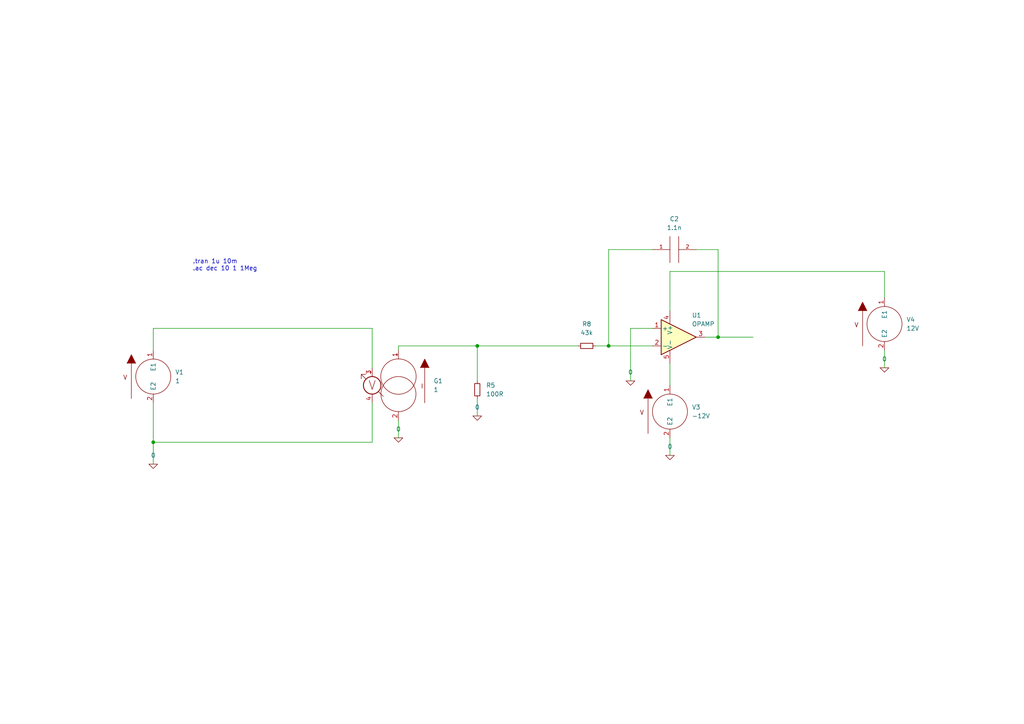
<source format=kicad_sch>
(kicad_sch (version 20210621) (generator eeschema)

  (uuid 3822a00c-10d9-4c3f-ad9f-dbef99360e7d)

  (paper "A4")

  (lib_symbols
    (symbol "Device:R_Small" (pin_numbers hide) (pin_names (offset 0.254) hide) (in_bom yes) (on_board yes)
      (property "Reference" "R" (id 0) (at 0.762 0.508 0)
        (effects (font (size 1.27 1.27)) (justify left))
      )
      (property "Value" "R_Small" (id 1) (at 0.762 -1.016 0)
        (effects (font (size 1.27 1.27)) (justify left))
      )
      (property "Footprint" "" (id 2) (at 0 0 0)
        (effects (font (size 1.27 1.27)) hide)
      )
      (property "Datasheet" "~" (id 3) (at 0 0 0)
        (effects (font (size 1.27 1.27)) hide)
      )
      (property "ki_keywords" "R resistor" (id 4) (at 0 0 0)
        (effects (font (size 1.27 1.27)) hide)
      )
      (property "ki_description" "Resistor, small symbol" (id 5) (at 0 0 0)
        (effects (font (size 1.27 1.27)) hide)
      )
      (property "ki_fp_filters" "R_*" (id 6) (at 0 0 0)
        (effects (font (size 1.27 1.27)) hide)
      )
      (symbol "R_Small_0_1"
        (rectangle (start -0.762 1.778) (end 0.762 -1.778)
          (stroke (width 0.2032)) (fill (type none))
        )
      )
      (symbol "R_Small_1_1"
        (pin passive line (at 0 2.54 270) (length 0.762)
          (name "~" (effects (font (size 1.27 1.27))))
          (number "1" (effects (font (size 1.27 1.27))))
        )
        (pin passive line (at 0 -2.54 90) (length 0.762)
          (name "~" (effects (font (size 1.27 1.27))))
          (number "2" (effects (font (size 1.27 1.27))))
        )
      )
    )
    (symbol "Simulation_SPICE:OPAMP" (pin_names (offset 0.254)) (in_bom yes) (on_board yes)
      (property "Reference" "U" (id 0) (at 3.81 3.175 0)
        (effects (font (size 1.27 1.27)) (justify left))
      )
      (property "Value" "OPAMP" (id 1) (at 3.81 -3.175 0)
        (effects (font (size 1.27 1.27)) (justify left))
      )
      (property "Footprint" "" (id 2) (at 0 0 0)
        (effects (font (size 1.27 1.27)) hide)
      )
      (property "Datasheet" "~" (id 3) (at 0 0 0)
        (effects (font (size 1.27 1.27)) hide)
      )
      (property "Spice_Netlist_Enabled" "Y" (id 4) (at 0 0 0)
        (effects (font (size 1.27 1.27)) (justify left) hide)
      )
      (property "Spice_Primitive" "X" (id 5) (at 0 0 0)
        (effects (font (size 1.27 1.27)) (justify left) hide)
      )
      (property "ki_keywords" "simulation" (id 6) (at 0 0 0)
        (effects (font (size 1.27 1.27)) hide)
      )
      (property "ki_description" "Operational amplifier, single, node sequence=1:+ 2:- 3:OUT 4:V+ 5:V-" (id 7) (at 0 0 0)
        (effects (font (size 1.27 1.27)) hide)
      )
      (symbol "OPAMP_0_1"
        (polyline
          (pts
            (xy 5.08 0)
            (xy -5.08 5.08)
            (xy -5.08 -5.08)
            (xy 5.08 0)
          )
          (stroke (width 0.254)) (fill (type background))
        )
      )
      (symbol "OPAMP_1_1"
        (pin input line (at -7.62 2.54 0) (length 2.54)
          (name "+" (effects (font (size 1.27 1.27))))
          (number "1" (effects (font (size 1.27 1.27))))
        )
        (pin input line (at -7.62 -2.54 0) (length 2.54)
          (name "-" (effects (font (size 1.27 1.27))))
          (number "2" (effects (font (size 1.27 1.27))))
        )
        (pin output line (at 7.62 0 180) (length 2.54)
          (name "~" (effects (font (size 1.27 1.27))))
          (number "3" (effects (font (size 1.27 1.27))))
        )
        (pin power_in line (at -2.54 7.62 270) (length 3.81)
          (name "V+" (effects (font (size 1.27 1.27))))
          (number "4" (effects (font (size 1.27 1.27))))
        )
        (pin power_in line (at -2.54 -7.62 90) (length 3.81)
          (name "V-" (effects (font (size 1.27 1.27))))
          (number "5" (effects (font (size 1.27 1.27))))
        )
      )
    )
    (symbol "pspice:0" (power) (pin_names (offset 0)) (in_bom yes) (on_board yes)
      (property "Reference" "#GND" (id 0) (at 0 -2.54 0)
        (effects (font (size 1.27 1.27)) hide)
      )
      (property "Value" "0" (id 1) (at 0 -1.778 0)
        (effects (font (size 1.27 1.27)))
      )
      (property "Footprint" "" (id 2) (at 0 0 0)
        (effects (font (size 1.27 1.27)) hide)
      )
      (property "Datasheet" "~" (id 3) (at 0 0 0)
        (effects (font (size 1.27 1.27)) hide)
      )
      (property "ki_keywords" "simulation" (id 4) (at 0 0 0)
        (effects (font (size 1.27 1.27)) hide)
      )
      (property "ki_description" "0V reference potential for simulation" (id 5) (at 0 0 0)
        (effects (font (size 1.27 1.27)) hide)
      )
      (symbol "0_0_1"
        (polyline
          (pts
            (xy -1.27 0)
            (xy 0 -1.27)
            (xy 1.27 0)
            (xy -1.27 0)
          )
          (stroke (width 0)) (fill (type none))
        )
      )
      (symbol "0_1_1"
        (pin power_in line (at 0 0 0) (length 0) hide
          (name "0" (effects (font (size 1.016 1.016))))
          (number "1" (effects (font (size 1.016 1.016))))
        )
      )
    )
    (symbol "pspice:C" (pin_names (offset 0.254)) (in_bom yes) (on_board yes)
      (property "Reference" "C" (id 0) (at 2.54 3.81 90)
        (effects (font (size 1.27 1.27)))
      )
      (property "Value" "C" (id 1) (at 2.54 -3.81 90)
        (effects (font (size 1.27 1.27)))
      )
      (property "Footprint" "" (id 2) (at 0 0 0)
        (effects (font (size 1.27 1.27)) hide)
      )
      (property "Datasheet" "~" (id 3) (at 0 0 0)
        (effects (font (size 1.27 1.27)) hide)
      )
      (property "ki_keywords" "simulation" (id 4) (at 0 0 0)
        (effects (font (size 1.27 1.27)) hide)
      )
      (property "ki_description" "Capacitor symbol for simulation only" (id 5) (at 0 0 0)
        (effects (font (size 1.27 1.27)) hide)
      )
      (symbol "C_0_1"
        (polyline
          (pts
            (xy -3.81 -1.27)
            (xy 3.81 -1.27)
          )
          (stroke (width 0)) (fill (type none))
        )
        (polyline
          (pts
            (xy -3.81 1.27)
            (xy 3.81 1.27)
          )
          (stroke (width 0)) (fill (type none))
        )
      )
      (symbol "C_1_1"
        (pin passive line (at 0 6.35 270) (length 5.08)
          (name "~" (effects (font (size 1.016 1.016))))
          (number "1" (effects (font (size 1.016 1.016))))
        )
        (pin passive line (at 0 -6.35 90) (length 5.08)
          (name "~" (effects (font (size 1.016 1.016))))
          (number "2" (effects (font (size 1.016 1.016))))
        )
      )
    )
    (symbol "pspice:GSOURCE" (pin_names (offset 1.016) hide) (in_bom yes) (on_board yes)
      (property "Reference" "G" (id 0) (at -7.62 8.89 0)
        (effects (font (size 1.27 1.27)))
      )
      (property "Value" "GSOURCE" (id 1) (at 0 0 0)
        (effects (font (size 1.27 1.27)))
      )
      (property "Footprint" "" (id 2) (at 0 0 0)
        (effects (font (size 1.27 1.27)) hide)
      )
      (property "Datasheet" "https://www.pspice.com/source/controlled-sources" (id 3) (at 0 0 0)
        (effects (font (size 1.27 1.27)) hide)
      )
      (property "ki_keywords" "simulation" (id 4) (at 0 0 0)
        (effects (font (size 1.27 1.27)) hide)
      )
      (property "ki_description" "Voltage-dependent Current source symbol for simulation only" (id 5) (at 0 0 0)
        (effects (font (size 1.27 1.27)) hide)
      )
      (symbol "GSOURCE_0_1"
        (circle (center 0 -2.54) (radius 5.08) (stroke (width 0)) (fill (type none)))
        (circle (center 0 2.54) (radius 5.1308) (stroke (width 0)) (fill (type none)))
        (text "I" (at -6.858 -0.254 0)
          (effects (font (size 1.27 1.27)))
        )
        (polyline
          (pts
            (xy -7.62 -5.08)
            (xy -7.62 5.08)
          )
          (stroke (width 0)) (fill (type outline))
        )
        (polyline
          (pts
            (xy -8.89 5.08)
            (xy -7.62 7.62)
            (xy -6.35 5.08)
          )
          (stroke (width 0)) (fill (type outline))
        )
      )
      (symbol "GSOURCE_1_1"
        (circle (center 7.62 0) (radius 2.54) (stroke (width 0.254)) (fill (type none)))
        (text "V" (at 7.62 0 0)
          (effects (font (size 2.54 2.54)))
        )
        (polyline
          (pts
            (xy 0.254 8.89)
            (xy 0.762 8.89)
          )
          (stroke (width 0)) (fill (type none))
        )
        (polyline
          (pts
            (xy 0.508 9.144)
            (xy 0.508 8.636)
          )
          (stroke (width 0)) (fill (type none))
        )
        (polyline
          (pts
            (xy 4.445 -3.175)
            (xy 5.715 -1.905)
          )
          (stroke (width 0)) (fill (type none))
        )
        (polyline
          (pts
            (xy 7.874 3.81)
            (xy 8.382 3.81)
          )
          (stroke (width 0)) (fill (type none))
        )
        (polyline
          (pts
            (xy 8.128 4.064)
            (xy 8.128 3.556)
          )
          (stroke (width 0)) (fill (type none))
        )
        (polyline
          (pts
            (xy 9.525 1.905)
            (xy 10.795 3.175)
          )
          (stroke (width 0)) (fill (type none))
        )
        (polyline
          (pts
            (xy 9.525 3.175)
            (xy 10.795 3.175)
            (xy 10.795 1.905)
          )
          (stroke (width 0)) (fill (type none))
        )
        (pin input line (at 0 10.16 270) (length 2.54)
          (name "N+" (effects (font (size 1.27 1.27))))
          (number "1" (effects (font (size 1.27 1.27))))
        )
        (pin input line (at 0 -10.16 90) (length 2.54)
          (name "N-" (effects (font (size 1.27 1.27))))
          (number "2" (effects (font (size 1.27 1.27))))
        )
        (pin passive line (at 7.62 5.08 270) (length 2.54)
          (name "C+" (effects (font (size 1.27 1.27))))
          (number "3" (effects (font (size 1.27 1.27))))
        )
        (pin passive line (at 7.62 -5.08 90) (length 2.54)
          (name "C-" (effects (font (size 1.27 1.27))))
          (number "4" (effects (font (size 1.27 1.27))))
        )
      )
    )
    (symbol "pspice:VSOURCE" (pin_names (offset 1.016)) (in_bom yes) (on_board yes)
      (property "Reference" "V" (id 0) (at -6.35 7.62 0)
        (effects (font (size 1.27 1.27)))
      )
      (property "Value" "VSOURCE" (id 1) (at 0 0 0)
        (effects (font (size 1.27 1.27)))
      )
      (property "Footprint" "" (id 2) (at 0 0 0)
        (effects (font (size 1.27 1.27)) hide)
      )
      (property "Datasheet" "~" (id 3) (at 0 0 0)
        (effects (font (size 1.27 1.27)) hide)
      )
      (property "ki_keywords" "simulation" (id 4) (at 0 0 0)
        (effects (font (size 1.27 1.27)) hide)
      )
      (property "ki_description" "Voltage source symbol for simulation only" (id 5) (at 0 0 0)
        (effects (font (size 1.27 1.27)) hide)
      )
      (symbol "VSOURCE_0_1"
        (circle (center 0 0) (radius 5.08) (stroke (width 0)) (fill (type none)))
        (text "V" (at -8.128 -0.254 0)
          (effects (font (size 1.27 1.27)))
        )
        (polyline
          (pts
            (xy -6.35 -6.35)
            (xy -6.35 3.81)
          )
          (stroke (width 0)) (fill (type outline))
        )
        (polyline
          (pts
            (xy -7.62 3.81)
            (xy -6.35 6.35)
            (xy -5.08 3.81)
          )
          (stroke (width 0)) (fill (type outline))
        )
      )
      (symbol "VSOURCE_1_1"
        (pin input line (at 0 7.62 270) (length 2.54)
          (name "E1" (effects (font (size 1.27 1.27))))
          (number "1" (effects (font (size 1.27 1.27))))
        )
        (pin input line (at 0 -7.62 90) (length 2.54)
          (name "E2" (effects (font (size 1.27 1.27))))
          (number "2" (effects (font (size 1.27 1.27))))
        )
      )
    )
  )

  (junction (at 44.45 128.27) (diameter 0) (color 0 0 0 0))
  (junction (at 138.43 100.33) (diameter 0) (color 0 0 0 0))
  (junction (at 176.53 100.33) (diameter 0) (color 0 0 0 0))
  (junction (at 208.28 97.79) (diameter 0) (color 0 0 0 0))

  (wire (pts (xy 44.45 95.25) (xy 44.45 101.6))
    (stroke (width 0) (type default) (color 0 0 0 0))
    (uuid 60e5d513-3648-423a-ad4e-5672e798d5de)
  )
  (wire (pts (xy 44.45 95.25) (xy 107.95 95.25))
    (stroke (width 0) (type default) (color 0 0 0 0))
    (uuid fe2865ec-9895-47e3-b0ff-498f01fa5200)
  )
  (wire (pts (xy 44.45 116.84) (xy 44.45 128.27))
    (stroke (width 0) (type default) (color 0 0 0 0))
    (uuid 4b12a0cb-2947-4547-b088-f6300d721074)
  )
  (wire (pts (xy 44.45 128.27) (xy 44.45 134.62))
    (stroke (width 0) (type default) (color 0 0 0 0))
    (uuid d29f21bb-9545-41a7-a0d5-ecbf079ee9c3)
  )
  (wire (pts (xy 44.45 128.27) (xy 107.95 128.27))
    (stroke (width 0) (type default) (color 0 0 0 0))
    (uuid ed39778d-dbda-4623-a630-518eae1f0748)
  )
  (wire (pts (xy 107.95 95.25) (xy 107.95 106.68))
    (stroke (width 0) (type default) (color 0 0 0 0))
    (uuid fe2865ec-9895-47e3-b0ff-498f01fa5200)
  )
  (wire (pts (xy 107.95 116.84) (xy 107.95 128.27))
    (stroke (width 0) (type default) (color 0 0 0 0))
    (uuid b370b79f-848c-4a95-a729-def5c690cdc9)
  )
  (wire (pts (xy 115.57 100.33) (xy 138.43 100.33))
    (stroke (width 0) (type default) (color 0 0 0 0))
    (uuid 97ba7bba-dd16-47df-aa1d-d760d3f469df)
  )
  (wire (pts (xy 115.57 101.6) (xy 115.57 100.33))
    (stroke (width 0) (type default) (color 0 0 0 0))
    (uuid 97ba7bba-dd16-47df-aa1d-d760d3f469df)
  )
  (wire (pts (xy 115.57 121.92) (xy 115.57 127))
    (stroke (width 0) (type default) (color 0 0 0 0))
    (uuid 16118daf-4d91-4ddd-a7b0-f4a522a80110)
  )
  (wire (pts (xy 138.43 100.33) (xy 138.43 110.49))
    (stroke (width 0) (type default) (color 0 0 0 0))
    (uuid 97ba7bba-dd16-47df-aa1d-d760d3f469df)
  )
  (wire (pts (xy 138.43 100.33) (xy 167.64 100.33))
    (stroke (width 0) (type default) (color 0 0 0 0))
    (uuid ace4f6e3-20f6-4ed8-9c38-7c2c126474fe)
  )
  (wire (pts (xy 138.43 115.57) (xy 138.43 120.65))
    (stroke (width 0) (type default) (color 0 0 0 0))
    (uuid a69c3444-8cd1-4e4e-8161-ee3f2b233f5a)
  )
  (wire (pts (xy 176.53 72.39) (xy 176.53 100.33))
    (stroke (width 0) (type default) (color 0 0 0 0))
    (uuid df5e564d-3a19-4e58-8925-6a6ea34244f8)
  )
  (wire (pts (xy 176.53 100.33) (xy 172.72 100.33))
    (stroke (width 0) (type default) (color 0 0 0 0))
    (uuid df5e564d-3a19-4e58-8925-6a6ea34244f8)
  )
  (wire (pts (xy 176.53 100.33) (xy 189.23 100.33))
    (stroke (width 0) (type default) (color 0 0 0 0))
    (uuid c8bf565d-6c88-4da5-beab-b7c7c655af67)
  )
  (wire (pts (xy 182.88 95.25) (xy 182.88 110.49))
    (stroke (width 0) (type default) (color 0 0 0 0))
    (uuid 3ce3b6a4-8561-4bc3-88ad-aaea1d6633dc)
  )
  (wire (pts (xy 182.88 95.25) (xy 189.23 95.25))
    (stroke (width 0) (type default) (color 0 0 0 0))
    (uuid 3d3e466b-52cb-475c-ac20-704f8a47679f)
  )
  (wire (pts (xy 189.23 72.39) (xy 176.53 72.39))
    (stroke (width 0) (type default) (color 0 0 0 0))
    (uuid df5e564d-3a19-4e58-8925-6a6ea34244f8)
  )
  (wire (pts (xy 194.31 78.74) (xy 256.54 78.74))
    (stroke (width 0) (type default) (color 0 0 0 0))
    (uuid f4a493b1-330d-49ed-bb99-1d50e03c8731)
  )
  (wire (pts (xy 194.31 90.17) (xy 194.31 78.74))
    (stroke (width 0) (type default) (color 0 0 0 0))
    (uuid f4a493b1-330d-49ed-bb99-1d50e03c8731)
  )
  (wire (pts (xy 194.31 105.41) (xy 194.31 111.76))
    (stroke (width 0) (type default) (color 0 0 0 0))
    (uuid 17a4fd93-3f01-4864-adb8-b002541061e3)
  )
  (wire (pts (xy 194.31 127) (xy 194.31 132.08))
    (stroke (width 0) (type default) (color 0 0 0 0))
    (uuid d9f7e5b3-cb13-4494-ac8e-d13635287730)
  )
  (wire (pts (xy 201.93 72.39) (xy 208.28 72.39))
    (stroke (width 0) (type default) (color 0 0 0 0))
    (uuid 2eb27916-1590-4ac2-a9cd-67df3276a809)
  )
  (wire (pts (xy 208.28 72.39) (xy 208.28 97.79))
    (stroke (width 0) (type default) (color 0 0 0 0))
    (uuid 2eb27916-1590-4ac2-a9cd-67df3276a809)
  )
  (wire (pts (xy 208.28 97.79) (xy 204.47 97.79))
    (stroke (width 0) (type default) (color 0 0 0 0))
    (uuid 2eb27916-1590-4ac2-a9cd-67df3276a809)
  )
  (wire (pts (xy 208.28 97.79) (xy 218.44 97.79))
    (stroke (width 0) (type default) (color 0 0 0 0))
    (uuid d48f216a-9b1a-4dfa-80d0-6e89827ed23b)
  )
  (wire (pts (xy 256.54 78.74) (xy 256.54 86.36))
    (stroke (width 0) (type default) (color 0 0 0 0))
    (uuid f4a493b1-330d-49ed-bb99-1d50e03c8731)
  )
  (wire (pts (xy 256.54 101.6) (xy 256.54 106.68))
    (stroke (width 0) (type default) (color 0 0 0 0))
    (uuid 25f3e900-7fe4-43ef-81e2-c72a13c77f00)
  )

  (text ".tran 1u 10m\n.ac dec 10 1 1Meg" (at 55.88 78.74 0)
    (effects (font (size 1.27 1.27)) (justify left bottom))
    (uuid bc499672-c9ed-497d-a7f5-f1e0afa28400)
  )

  (symbol (lib_id "pspice:0") (at 44.45 134.62 0) (unit 1)
    (in_bom yes) (on_board yes) (fields_autoplaced)
    (uuid 443ef4ad-4c37-4bcb-a32e-dccae5c9f963)
    (property "Reference" "#GND01" (id 0) (at 44.45 137.16 0)
      (effects (font (size 1.27 1.27)) hide)
    )
    (property "Value" "0" (id 1) (at 44.45 132.08 0))
    (property "Footprint" "" (id 2) (at 44.45 134.62 0)
      (effects (font (size 1.27 1.27)) hide)
    )
    (property "Datasheet" "~" (id 3) (at 44.45 134.62 0)
      (effects (font (size 1.27 1.27)) hide)
    )
    (pin "1" (uuid c97ea6dc-7127-41b0-a7fe-95118265ff4e))
  )

  (symbol (lib_id "pspice:0") (at 115.57 127 0) (unit 1)
    (in_bom yes) (on_board yes) (fields_autoplaced)
    (uuid 86554fdb-8db3-4b0d-b0c9-426fa0fbe003)
    (property "Reference" "#GND02" (id 0) (at 115.57 129.54 0)
      (effects (font (size 1.27 1.27)) hide)
    )
    (property "Value" "0" (id 1) (at 115.57 124.46 0))
    (property "Footprint" "" (id 2) (at 115.57 127 0)
      (effects (font (size 1.27 1.27)) hide)
    )
    (property "Datasheet" "~" (id 3) (at 115.57 127 0)
      (effects (font (size 1.27 1.27)) hide)
    )
    (pin "1" (uuid 1a6d0633-871f-4dd1-a472-9d857bd4ae28))
  )

  (symbol (lib_id "pspice:0") (at 138.43 120.65 0) (unit 1)
    (in_bom yes) (on_board yes) (fields_autoplaced)
    (uuid 89d47349-74f9-45d1-8fc1-19ff84af7bd7)
    (property "Reference" "#GND04" (id 0) (at 138.43 123.19 0)
      (effects (font (size 1.27 1.27)) hide)
    )
    (property "Value" "0" (id 1) (at 138.43 118.11 0))
    (property "Footprint" "" (id 2) (at 138.43 120.65 0)
      (effects (font (size 1.27 1.27)) hide)
    )
    (property "Datasheet" "~" (id 3) (at 138.43 120.65 0)
      (effects (font (size 1.27 1.27)) hide)
    )
    (pin "1" (uuid b53ee8ca-a064-4e31-9910-f851d308f8e1))
  )

  (symbol (lib_id "pspice:0") (at 182.88 110.49 0) (unit 1)
    (in_bom yes) (on_board yes) (fields_autoplaced)
    (uuid fb60e2a3-f462-4174-8437-cb65aec2e043)
    (property "Reference" "#GND06" (id 0) (at 182.88 113.03 0)
      (effects (font (size 1.27 1.27)) hide)
    )
    (property "Value" "0" (id 1) (at 182.88 107.95 0))
    (property "Footprint" "" (id 2) (at 182.88 110.49 0)
      (effects (font (size 1.27 1.27)) hide)
    )
    (property "Datasheet" "~" (id 3) (at 182.88 110.49 0)
      (effects (font (size 1.27 1.27)) hide)
    )
    (pin "1" (uuid 6ed64493-e54f-4f72-9122-df2734eae89d))
  )

  (symbol (lib_id "pspice:0") (at 194.31 132.08 0) (unit 1)
    (in_bom yes) (on_board yes) (fields_autoplaced)
    (uuid a450c7a2-f51c-4c3e-96e2-67e863c90f44)
    (property "Reference" "#GND07" (id 0) (at 194.31 134.62 0)
      (effects (font (size 1.27 1.27)) hide)
    )
    (property "Value" "0" (id 1) (at 194.31 129.54 0))
    (property "Footprint" "" (id 2) (at 194.31 132.08 0)
      (effects (font (size 1.27 1.27)) hide)
    )
    (property "Datasheet" "~" (id 3) (at 194.31 132.08 0)
      (effects (font (size 1.27 1.27)) hide)
    )
    (pin "1" (uuid 18a79a94-425e-42e7-9d47-baab8b8038d1))
  )

  (symbol (lib_id "pspice:0") (at 256.54 106.68 0) (unit 1)
    (in_bom yes) (on_board yes) (fields_autoplaced)
    (uuid b18ec57a-6660-41d1-bcbd-52212aced9db)
    (property "Reference" "#GND08" (id 0) (at 256.54 109.22 0)
      (effects (font (size 1.27 1.27)) hide)
    )
    (property "Value" "0" (id 1) (at 256.54 104.14 0))
    (property "Footprint" "" (id 2) (at 256.54 106.68 0)
      (effects (font (size 1.27 1.27)) hide)
    )
    (property "Datasheet" "~" (id 3) (at 256.54 106.68 0)
      (effects (font (size 1.27 1.27)) hide)
    )
    (pin "1" (uuid cbccf141-f690-4702-ae64-0b05719ebd7f))
  )

  (symbol (lib_id "Device:R_Small") (at 138.43 113.03 0) (unit 1)
    (in_bom yes) (on_board yes) (fields_autoplaced)
    (uuid 458b127d-49ca-46a3-8cb7-e349d3854b1b)
    (property "Reference" "R5" (id 0) (at 140.97 111.7599 0)
      (effects (font (size 1.27 1.27)) (justify left))
    )
    (property "Value" "100R" (id 1) (at 140.97 114.2999 0)
      (effects (font (size 1.27 1.27)) (justify left))
    )
    (property "Footprint" "" (id 2) (at 138.43 113.03 0)
      (effects (font (size 1.27 1.27)) hide)
    )
    (property "Datasheet" "~" (id 3) (at 138.43 113.03 0)
      (effects (font (size 1.27 1.27)) hide)
    )
    (pin "1" (uuid 1e86591d-0a38-4072-a398-edb6e18130da))
    (pin "2" (uuid 58ce9ad9-e5d9-4fd2-8d63-41a059663a8d))
  )

  (symbol (lib_id "Device:R_Small") (at 170.18 100.33 90) (unit 1)
    (in_bom yes) (on_board yes) (fields_autoplaced)
    (uuid 056b85d8-d4f0-45ed-adc4-94a17abb8fba)
    (property "Reference" "R8" (id 0) (at 170.18 93.98 90))
    (property "Value" "43k" (id 1) (at 170.18 96.52 90))
    (property "Footprint" "" (id 2) (at 170.18 100.33 0)
      (effects (font (size 1.27 1.27)) hide)
    )
    (property "Datasheet" "~" (id 3) (at 170.18 100.33 0)
      (effects (font (size 1.27 1.27)) hide)
    )
    (pin "1" (uuid b5b32a8d-5bc1-40b2-a0fd-ec9ec4e64a2d))
    (pin "2" (uuid 8be28df4-1c10-41fd-93c9-223266979bc4))
  )

  (symbol (lib_id "pspice:C") (at 195.58 72.39 90) (unit 1)
    (in_bom yes) (on_board yes)
    (uuid 2d9b07b5-7a07-45b7-abf7-02ae6a4faac9)
    (property "Reference" "C2" (id 0) (at 195.58 63.5 90))
    (property "Value" "1.1n" (id 1) (at 195.58 66.04 90))
    (property "Footprint" "" (id 2) (at 195.58 72.39 0)
      (effects (font (size 1.27 1.27)) hide)
    )
    (property "Datasheet" "~" (id 3) (at 195.58 72.39 0)
      (effects (font (size 1.27 1.27)) hide)
    )
    (pin "1" (uuid e1c8c66c-9682-4e82-8801-5d5f0b437e3e))
    (pin "2" (uuid a8ec9216-e6c7-4209-8252-2d027135130c))
  )

  (symbol (lib_id "pspice:VSOURCE") (at 44.45 109.22 0) (unit 1)
    (in_bom yes) (on_board yes) (fields_autoplaced)
    (uuid 345c85b9-cae8-4e12-af68-022f0633b301)
    (property "Reference" "V1" (id 0) (at 50.8 107.9499 0)
      (effects (font (size 1.27 1.27)) (justify left))
    )
    (property "Value" "VSOURCE" (id 1) (at 50.8 110.4899 0)
      (effects (font (size 1.27 1.27)) (justify left))
    )
    (property "Footprint" "" (id 2) (at 44.45 109.22 0)
      (effects (font (size 1.27 1.27)) hide)
    )
    (property "Datasheet" "~" (id 3) (at 44.45 109.22 0)
      (effects (font (size 1.27 1.27)) hide)
    )
    (property "Spice_Primitive" "V" (id 6) (at 44.45 109.22 0)
      (effects (font (size 1.27 1.27)) hide)
    )
    (property "Spice_Model" "dc 1" (id 7) (at 44.45 109.22 0)
      (effects (font (size 1.27 1.27)) hide)
    )
    (property "Spice_Netlist_Enabled" "Y" (id 8) (at 44.45 109.22 0)
      (effects (font (size 1.27 1.27)) hide)
    )
    (pin "1" (uuid cb687ed6-0885-492e-8b02-45c8dd4b9e72))
    (pin "2" (uuid c0000a26-9a2f-4f72-815c-f35c5b518bb0))
  )

  (symbol (lib_id "pspice:VSOURCE") (at 194.31 119.38 0) (unit 1)
    (in_bom yes) (on_board yes) (fields_autoplaced)
    (uuid 8f8be58d-8586-41de-ab39-d8f743c78486)
    (property "Reference" "V3" (id 0) (at 200.66 118.1099 0)
      (effects (font (size 1.27 1.27)) (justify left))
    )
    (property "Value" "-12V" (id 1) (at 200.66 120.6499 0)
      (effects (font (size 1.27 1.27)) (justify left))
    )
    (property "Footprint" "" (id 2) (at 194.31 119.38 0)
      (effects (font (size 1.27 1.27)) hide)
    )
    (property "Datasheet" "~" (id 3) (at 194.31 119.38 0)
      (effects (font (size 1.27 1.27)) hide)
    )
    (pin "1" (uuid 7c507679-616d-4374-8247-2028ddf10340))
    (pin "2" (uuid a65f0a1a-22e5-41f7-bebd-30667db79e73))
  )

  (symbol (lib_id "pspice:VSOURCE") (at 256.54 93.98 0) (unit 1)
    (in_bom yes) (on_board yes) (fields_autoplaced)
    (uuid 18cc59cb-be4a-4eba-95bb-08038937972b)
    (property "Reference" "V4" (id 0) (at 262.89 92.7099 0)
      (effects (font (size 1.27 1.27)) (justify left))
    )
    (property "Value" "12V" (id 1) (at 262.89 95.2499 0)
      (effects (font (size 1.27 1.27)) (justify left))
    )
    (property "Footprint" "" (id 2) (at 256.54 93.98 0)
      (effects (font (size 1.27 1.27)) hide)
    )
    (property "Datasheet" "~" (id 3) (at 256.54 93.98 0)
      (effects (font (size 1.27 1.27)) hide)
    )
    (pin "1" (uuid 6c3a26f8-aeb9-4502-97ac-81237a84d3da))
    (pin "2" (uuid cac8c8ce-f3cb-42e3-ab52-609881fad9d0))
  )

  (symbol (lib_id "Simulation_SPICE:OPAMP") (at 196.85 97.79 0) (unit 1)
    (in_bom yes) (on_board yes)
    (uuid 42737caa-958a-4f59-9a38-7c940874016f)
    (property "Reference" "U1" (id 0) (at 200.66 91.4399 0)
      (effects (font (size 1.27 1.27)) (justify left))
    )
    (property "Value" "OPAMP" (id 1) (at 200.66 93.9799 0)
      (effects (font (size 1.27 1.27)) (justify left))
    )
    (property "Footprint" "" (id 2) (at 196.85 97.79 0)
      (effects (font (size 1.27 1.27)) hide)
    )
    (property "Datasheet" "~" (id 3) (at 196.85 97.79 0)
      (effects (font (size 1.27 1.27)) hide)
    )
    (property "Spice_Netlist_Enabled" "Y" (id 4) (at 196.85 97.79 0)
      (effects (font (size 1.27 1.27)) (justify left) hide)
    )
    (property "Spice_Primitive" "X" (id 5) (at 196.85 97.79 0)
      (effects (font (size 1.27 1.27)) (justify left) hide)
    )
    (property "Spice_Model" "uopamp_lvl2" (id 7) (at 196.85 97.79 0)
      (effects (font (size 1.27 1.27)) hide)
    )
    (property "Spice_Node_Sequence" "1 2 4 5 3" (id 8) (at 196.85 97.79 0)
      (effects (font (size 1.27 1.27)) hide)
    )
    (property "Spice_Lib_File" "uopamp_v1.1.lib" (id 9) (at 196.85 97.79 0)
      (effects (font (size 1.27 1.27)) hide)
    )
    (pin "1" (uuid 0fd283fa-8cb7-4f37-88ae-b408482aa7a5))
    (pin "2" (uuid c1fb9db3-a51d-46f1-87ef-280fbc699828))
    (pin "3" (uuid 7c8250ee-e9cc-476e-93da-fb2a35e8503f))
    (pin "4" (uuid f4d00265-fbd0-473f-8615-6250d4151329))
    (pin "5" (uuid da6d2b87-04b7-41ad-bf8e-4479a7adb2a9))
  )

  (symbol (lib_id "pspice:GSOURCE") (at 115.57 111.76 0) (mirror y) (unit 1)
    (in_bom yes) (on_board yes) (fields_autoplaced)
    (uuid 310db100-ff95-4ccf-9eff-87a07bf39f85)
    (property "Reference" "G1" (id 0) (at 125.73 110.4899 0)
      (effects (font (size 1.27 1.27)) (justify right))
    )
    (property "Value" "1" (id 1) (at 125.73 113.0299 0)
      (effects (font (size 1.27 1.27)) (justify right))
    )
    (property "Footprint" "" (id 2) (at 115.57 111.76 0)
      (effects (font (size 1.27 1.27)) hide)
    )
    (property "Datasheet" "https://www.pspice.com/source/controlled-sources" (id 3) (at 115.57 111.76 0)
      (effects (font (size 1.27 1.27)) hide)
    )
    (pin "1" (uuid 279f8005-dd28-4863-93c5-685061b0ae46))
    (pin "2" (uuid 329f426d-c2dd-4239-81f7-ab05e10e2bdf))
    (pin "3" (uuid 7f235c7d-22c5-4fd6-9fff-bbcd6acd8ed6))
    (pin "4" (uuid ced54e6d-646b-4794-9d8b-0b7a4d1222a9))
  )

  (sheet_instances
    (path "/" (page "1"))
  )

  (symbol_instances
    (path "/443ef4ad-4c37-4bcb-a32e-dccae5c9f963"
      (reference "#GND01") (unit 1) (value "0") (footprint "")
    )
    (path "/86554fdb-8db3-4b0d-b0c9-426fa0fbe003"
      (reference "#GND02") (unit 1) (value "0") (footprint "")
    )
    (path "/89d47349-74f9-45d1-8fc1-19ff84af7bd7"
      (reference "#GND04") (unit 1) (value "0") (footprint "")
    )
    (path "/fb60e2a3-f462-4174-8437-cb65aec2e043"
      (reference "#GND06") (unit 1) (value "0") (footprint "")
    )
    (path "/a450c7a2-f51c-4c3e-96e2-67e863c90f44"
      (reference "#GND07") (unit 1) (value "0") (footprint "")
    )
    (path "/b18ec57a-6660-41d1-bcbd-52212aced9db"
      (reference "#GND08") (unit 1) (value "0") (footprint "")
    )
    (path "/2d9b07b5-7a07-45b7-abf7-02ae6a4faac9"
      (reference "C2") (unit 1) (value "1.1n") (footprint "")
    )
    (path "/310db100-ff95-4ccf-9eff-87a07bf39f85"
      (reference "G1") (unit 1) (value "1") (footprint "")
    )
    (path "/458b127d-49ca-46a3-8cb7-e349d3854b1b"
      (reference "R5") (unit 1) (value "100R") (footprint "")
    )
    (path "/056b85d8-d4f0-45ed-adc4-94a17abb8fba"
      (reference "R8") (unit 1) (value "43k") (footprint "")
    )
    (path "/42737caa-958a-4f59-9a38-7c940874016f"
      (reference "U1") (unit 1) (value "OPAMP") (footprint "")
    )
    (path "/345c85b9-cae8-4e12-af68-022f0633b301"
      (reference "V1") (unit 1) (value "VSOURCE") (footprint "")
    )
    (path "/8f8be58d-8586-41de-ab39-d8f743c78486"
      (reference "V3") (unit 1) (value "-12V") (footprint "")
    )
    (path "/18cc59cb-be4a-4eba-95bb-08038937972b"
      (reference "V4") (unit 1) (value "12V") (footprint "")
    )
  )
)

</source>
